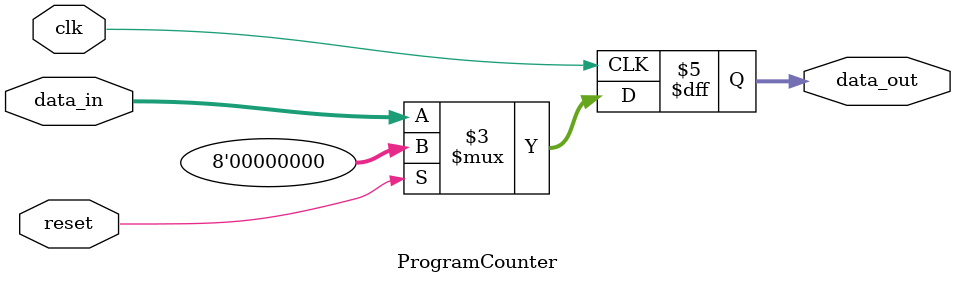
<source format=v>
module ProgramCounter(
	input clk,
	input reset,
	input [7:0] data_in,
	output reg [7:0] data_out
);

	always @(posedge clk) begin
		if(reset) begin 
			data_out <= 8'b0000_0000;
		end else begin 
			data_out <= data_in;
		end
	end

endmodule 
</source>
